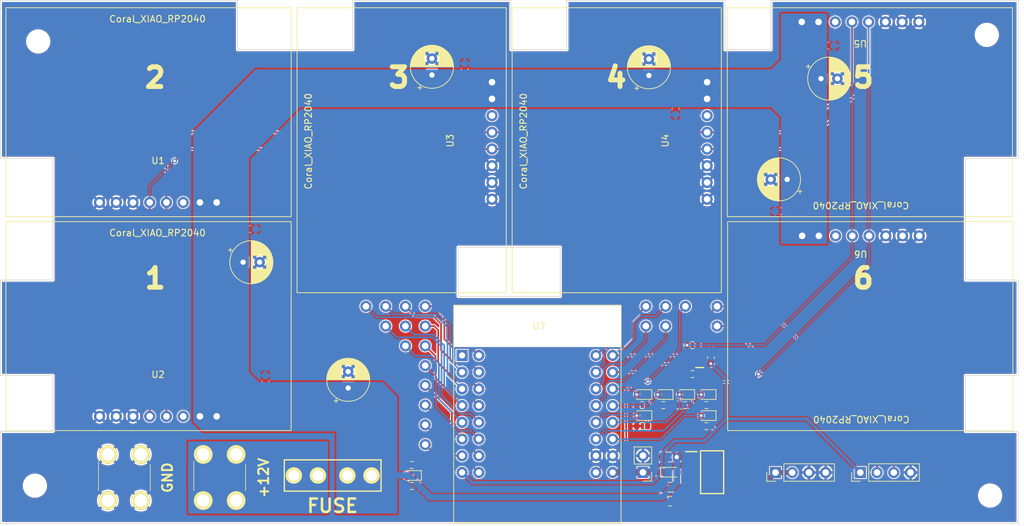
<source format=kicad_pcb>
(kicad_pcb (version 20221018) (generator pcbnew)
  (layers (0 "F.Cu" signal) (31 "B.Cu" signal) (34 "B.Paste" user) (35 "F.Paste" user) (36 "B.SilkS" user "B.Silkscreen") (37 "F.SilkS" user "F.Silkscreen") (38 "B.Mask" user) (39 "F.Mask" user) (44 "Edge.Cuts" user))
  (net 0 "")
  (net 1 "VPP")
  (net 2 "GND")
  (net 3 "VCC")
  (net 4 "Net-(D1-K)")
  (net 5 "Net-(D2-K)")
  (net 6 "GPIO1")
  (net 7 "Net-(D3-K)")
  (net 8 "GPIO2")
  (net 9 "Net-(D4-K)")
  (net 10 "GPIO3")
  (net 11 "Net-(D5-K)")
  (net 12 "GPIO4")
  (net 13 "Net-(D6-K)")
  (net 14 "GPIO5")
  (net 15 "Net-(D7-K)")
  (net 16 "GPIO6")
  (net 17 "SDA")
  (net 18 "SCL")
  (net 20 "+5V")
  (net 21 "Net-(U7-IO3)")
  (net 22 "Net-(U7-IO5)")
  (net 23 "Net-(U7-IO7)")
  (net 24 "Net-(U7-IO9)")
  (net 25 "Net-(U7-IO11)")
  (net 26 "Net-(U7-IO12)")
  (net 27 "/ESP32S2_module/IND1")
  (net 28 "/ESP32S2_module/IND3")
  (net 29 "/ESP32S2_module/IND5")
  (net 30 "/ESP32S2_module/IND2")
  (net 31 "Net-(U7-IO4)")
  (net 32 "Net-(U7-IO6)")
  (net 33 "Net-(U7-IO8)")
  (net 34 "Net-(U7-IO10)")
  (net 35 "Net-(U7-IO13)")
  (net 36 "Net-(U7-IO14)")
  (net 37 "Net-(U7-IO15)")
  (net 38 "Net-(U7-IO34)")
  (net 39 "Net-(U7-IO36)")
  (net 40 "/ESP32S2_module/IND4")
  (net 41 "/ESP32S2_module/IND6")
  (net 42 "Net-(U7-IO1)")
  (net 43 "Net-(U7-IO2)")
  (net 44 "+12V")
  (net 45 "VDD")
  (net 46 "Net-(U7-IO38)")
  (net 47 "Net-(U7-IO40)")
  (footprint "Connector_PinHeader_2.54mm:PinHeader_1x02_P2.54mm_Vertical" (layer "F.Cu") (at 167.55 110.225 180)
    (fp_text reference "J1" hide)
    (fp_text value "Fan")
  )
  (footprint "Resistor_SMD:R_0603_1608Metric" (layer "F.Cu") (at 170.645 100 180)
    (fp_text reference "R3" hide)
    (fp_text value "10k")
  )
  (footprint "Capacitor_THT:CP_Radial_D6.3mm_P2.50mm" (layer "F.Cu") (at 122.81 97.41238 90)
    (fp_text reference "C8" hide)
    (fp_text value "100uF")
  )
  (footprint "Mylib:1_pin_sig" (layer "F.Cu") (at 136.5 94 -90)
    (fp_text reference "TP15" hide)
    (fp_text value "TestPoint")
  )
  (footprint "Mylib:1_pin_sig" (layer "F.Cu") (at 133.5 85 -90)
    (fp_text reference "TP6" hide)
    (fp_text value "TestPoint")
  )
  (footprint "Capacitor_SMD:C_0805_2012Metric_Pad1.18x1.45mm_HandSolder" (layer "F.Cu") (at 171.65 114.6 180)
    (fp_text reference "C16" hide)
    (fp_text value "22uF")
  )
  (footprint "SamacSys_Parts:8191SEMS" (layer "F.Cu") (at 105.8 107.5 180)
    (fp_text reference "J2" hide)
    (fp_text value "8191-SEMS" hide)
  )
  (footprint "Resistor_SMD:R_0603_1608Metric" (layer "F.Cu") (at 167.4325 103.2 180)
    (fp_text reference "R2" hide)
    (fp_text value "10k")
  )
  (footprint "Mylib:1_pin_sig" (layer "F.Cu") (at 173 85 -90)
    (fp_text reference "TP23" hide)
    (fp_text value "TestPoint")
  )
  (footprint "MountingHole:MountingHole_3.2mm_M3_DIN965" (layer "F.Cu") (at 75.25 112.25)
    (fp_text reference "H1" hide)
    (fp_text value "MountingHole")
  )
  (footprint "Mylib:1_pin_sig" (layer "F.Cu") (at 173 88 -90)
    (fp_text reference "TP20" hide)
    (fp_text value "TestPoint")
  )
  (footprint "Capacitor_SMD:C_0805_2012Metric_Pad1.18x1.45mm_HandSolder" (layer "F.Cu") (at 171.65 107.9 180)
    (fp_text reference "C15" hide)
    (fp_text value "0.47uF")
  )
  (footprint "SamacSys_Parts:SOT230P700X180-4N" (layer "F.Cu") (at 178.05 110.2)
    (fp_text reference "IC1" hide)
    (fp_text value "LM2940IMP-5.0_NOPB" hide)
  )
  (footprint "Mylib:1_pin_sig" (layer "F.Cu") (at 178.8 86)
    (fp_text reference "TP7" hide)
    (fp_text value "TestPoint")
  )
  (footprint "Mylib:Coral_XIAO_RP2040_stepper_ctrl" (layer "F.Cu") (at 93.95 99.175)
    (fp_text reference "U2")
    (fp_text value "XIAO_RP2040_STEPPER_MODULE")
  )
  (footprint "Mylib:1_pin_sig" (layer "F.Cu") (at 136.5 100 -90)
    (fp_text reference "TP2" hide)
    (fp_text value "TestPoint")
  )
  (footprint "Mylib:1_pin_sig" (layer "F.Cu") (at 132.5 106 90)
    (fp_text reference "TP14" hide)
    (fp_text value "TestPoint")
  )
  (footprint "Capacitor_THT:CP_Radial_D6.3mm_P2.50mm" (layer "F.Cu") (at 168.46 49.92238 90)
    (fp_text reference "C11" hide)
    (fp_text value "100uF")
  )
  (footprint "Mylib:1_pin_sig" (layer "F.Cu") (at 127.5 85 -90)
    (fp_text reference "TP16" hide)
    (fp_text value "TestPoint")
  )
  (footprint "MountingHole:MountingHole_3.2mm_M3_DIN965" (layer "F.Cu") (at 220.25 113.75)
    (fp_text reference "H4" hide)
    (fp_text value "MountingHole")
  )
  (footprint "Resistor_SMD:R_0603_1608Metric" (layer "F.Cu") (at 177.1825 100 180)
    (fp_text reference "R4" hide)
    (fp_text value "10k")
  )
  (footprint "Resistor_SMD:R_0603_1608Metric" (layer "F.Cu") (at 175.075 90.9)
    (fp_text reference "R9" hide)
    (fp_text value "10k")
  )
  (footprint "Capacitor_THT:CP_Radial_D6.3mm_P2.50mm" (layer "F.Cu") (at 194.577621 50.4)
    (fp_text reference "C12" hide)
    (fp_text value "100uF")
  )
  (footprint "LED_SMD:LED_0603_1608Metric" (layer "F.Cu") (at 170.625 98.4 180)
    (fp_text reference "D3" hide)
    (fp_text value "LED_Small_Filled")
  )
  (footprint "Diode_SMD:D_0603_1608Metric_Pad1.05x0.95mm_HandSolder" (layer "F.Cu") (at 171.88 110.2)
    (fp_text reference "D8" hide)
    (fp_text value "Schottky")
  )
  (footprint "Mylib:Coral_XIAO_RP2040_stepper_ctrl" (layer "F.Cu") (at 142.1 59.825 90)
    (fp_text reference "U3")
    (fp_text value "XIAO_RP2040_STEPPER_MODULE")
  )
  (footprint "Connector_PinHeader_2.54mm:PinHeader_1x04_P2.54mm_Vertical" (layer "F.Cu") (at 187.67 110.25 90)
    (fp_text reference "J4" hide)
    (fp_text value "Conn_01x04_Pin")
  )
  (footprint "LED_SMD:LED_0603_1608Metric" (layer "F.Cu") (at 167.4125 101.6 180)
    (fp_text reference "D2" hide)
    (fp_text value "LED_Small_Filled")
  )
  (footprint "MountingHole:MountingHole_3.2mm_M3_DIN965" (layer "F.Cu") (at 219.75 43.75)
    (fp_text reference "H3" hide)
    (fp_text value "MountingHole")
  )
  (footprint "Mylib:1_pin_sig" (layer "F.Cu") (at 136.5 103 -90)
    (fp_text reference "TP4" hide)
    (fp_text value "TestPoint")
  )
  (footprint "Mylib:1_pin_sig" (layer "F.Cu") (at 136.5 88 -90)
    (fp_text reference "TP12" hide)
    (fp_text value "TestPoint")
  )
  (footprint "Mylib:Coral_XIAO_RP2040_stepper_ctrl" (layer "F.Cu") (at 200.61 76.825 180)
    (fp_text reference "U6")
    (fp_text value "XIAO_RP2040_STEPPER_MODULE")
  )
  (footprint "LED_SMD:LED_0603_1608Metric" (layer "F.Cu") (at 177.1625 98.4 180)
    (fp_text reference "D4" hide)
    (fp_text value "LED_Small_Filled")
  )
  (footprint "Resistor_SMD:R_0603_1608Metric" (layer "F.Cu") (at 175.075 95.3)
    (fp_text reference "R8" hide)
    (fp_text value "10k")
  )
  (footprint "LED_SMD:LED_0603_1608Metric" (layer "F.Cu") (at 132.43 110.7 180)
    (fp_text reference "D1" hide)
    (fp_text value "LED_Small_Filled")
  )
  (footprint "Mylib:1_pin_sig" (layer "F.Cu") (at 130.5 85 -90)
    (fp_text reference "TP11" hide)
    (fp_text value "TestPoint")
  )
  (footprint "LED_SMD:LED_0603_1608Metric" (layer "F.Cu") (at 177.1625 101.6 180)
    (fp_text reference "D7" hide)
    (fp_text value "LED_Small_Filled")
  )
  (footprint "Mylib:1_pin_sig" (layer "F.Cu") (at 178.8 83)
    (fp_text reference "TP8" hide)
    (fp_text value "TestPoint")
  )
  (footprint "Resistor_SMD:R_0603_1608Metric" (layer "F.Cu") (at 173.9325 100 180)
    (fp_text reference "R6" hide)
    (fp_text value "10k")
  )
  (footprint "SamacSys_Parts:SOT65P210X100-6N" (layer "F.Cu") (at 175.225 93.1 180)
    (fp_text reference "IC2" hide)
    (fp_text value "LTC4311CSC6#TRPBF" hide)
  )
  (footprint "Mylib:1_pin_sig" (layer "F.Cu") (at 130.5 88 -90)
    (fp_text reference "TP18" hide)
    (fp_text value "TestPoint")
  )
  (footprint "Capacitor_THT:CP_Radial_D6.3mm_P2.50mm" (layer "F.Cu") (at 189.45238 65.71 180)
    (fp_text reference "C13" hide)
    (fp_text value "100uF")
  )
  (footprint "Mylib:Coral_XIAO_RP2040_stepper_ctrl" (layer "F.Cu") (at 200.55 44.325 180)
    (fp_text reference "U5")
    (fp_text value "XIAO_RP2040_STEPPER_MODULE")
  )
  (footprint "LED_SMD:LED_0603_1608Metric" (layer "F.Cu") (at 167.4125 98.4 180)
    (fp_text reference "D5" hide)
    (fp_text value "LED_Small_Filled")
  )
  (footprint "SamacSys_Parts:8191SEMS" (layer "F.Cu") (at 91.33 107.5 180)
    (fp_text reference "J3" hide)
    (fp_text value "8191-SEMS" hide)
  )
  (footprint "Capacitor_THT:CP_Radial_D6.3mm_P2.50mm" (layer "F.Cu") (at 135.52 49.84238 90)
    (fp_text reference "C10" hide)
    (fp_text value "100uF")
  )
  (footprint "Mylib:1_pin_sig" (layer "F.Cu") (at 133.5 91 -90)
    (fp_text reference "TP17" hide)
    (fp_text value "TestPoint")
  )
  (footprint "Connector_PinHeader_2.54mm:PinHeader_1x04_P2.54mm_Vertical" (layer "F.Cu") (at 200.55 110.25 90)
    (fp_text reference "J8" hide)
    (fp_text value "Conn_01x04_Pin")
  )
  (footprint "Capacitor_THT:CP_Radial_D6.3mm_P2.50mm" (layer "F.Cu") (at 106.857621 78.29)
    (fp_text reference "C9" hide)
    (fp_text value "100uF")
  )
  (footprint "Mylib:1_pin_sig" (layer "F.Cu") (at 136.5 85 -90)
    (fp_text reference "TP1" hide)
    (fp_text value "TestPoint")
  )
  (footprint "Mylib:1_pin_sig" (layer "F.Cu") (at 136.5 97 -90)
    (fp_text reference "TP13" hide)
    (fp_text value "TestPoint")
  )
  (footprint "Mylib:Coral_XIAO_RP2040_stepper_ctrl" (layer "F.Cu") (at 93.95 66.675)
    (fp_text reference "U1")
    (fp_text value "XIAO_RP2040_STEPPER_MODULE")
  )
  (footprint "Mylib:wemos S2 mini" (layer "F.Cu") (at 151.525 95)
    (fp_text reference "U7")
    (fp_text value "Wemos/Lolin S2 mini")
  )
  (footprint "Mylib:1_pin_sig" (layer "F.Cu") (at 133.5 88 -90)
    (fp_text reference "TP5" hide)
    (fp_text value "TestPoint")
  )
  (footprint "Mylib:1_pin_sig" (layer "F.Cu") (at 170 85 -90)
    (fp_text reference "TP21" hide)
    (fp_text value "TestPoint")
  )
  (footprint "Resistor_SMD:R_0603_1608Metric" (layer "F.Cu") (at 177.1825 103.2 180)
    (fp_text reference "R7" hide)
    (fp_text value "10k")
  )
  (footprint "MountingHole:MountingHole_3.2mm_M3_DIN965" (layer "F.Cu") (at 75.75 44.75)
    (fp_text reference "H2" hide)
    (fp_text value "MountingHole")
  )
  (footprint "Resistor_SMD:R_0603_1608Metric" (layer "F.Cu") (at 132.45 109.1 180)
    (fp_text reference "R1" hide)
    (fp_text value "10k")
  )
  (footprint "Resistor_SMD:R_0603_1608Metric" (layer "F.Cu") (at 167.4325 100 180)
    (fp_text reference "R5" hide)
    (fp_text value "10k")
  )
  (footprint "Mylib:1_pin_sig" (layer "F.Cu") (at 176 85 -90)
    (fp_text reference "TP19" hide)
    (fp_text value "TestPoint")
  )
  (footprint "Mylib:1_pin_sig" (layer "F.Cu") (at 170 88 -90)
    (fp_text reference "TP22" hide)
    (fp_text value "TestPoint")
  )
  (footprint "Capacitor_SMD:C_0805_2012Metric_Pad1.18x1.45mm_HandSolder" (layer "F.Cu") (at 171.65 112.5 180)
    (fp_text reference "C17" hide)
    (fp_text value "0.1uF")
  )
  (footprint "Capacitor_SMD:C_0603_1608Metric_Pad1.08x0.95mm_HandSolder" (layer "F.Cu") (at 177.875 92.8 90)
    (fp_text reference "C6" hide)
    (fp_text value "0.01uF")
  )
  (footprint "Resistor_SMD:R_0603_1608Metric" (layer "F.Cu") (at 132.45 112.3 180)
    (fp_text reference "R10" hide)
    (fp_text value "499K")
  )
  (footprint "LED_SMD:LED_0603_1608Metric" (layer "F.Cu") (at 173.9125 98.4 180)
    (fp_text reference "D6" hide)
    (fp_text value "LED_Small_Filled")
  )
  (footprint "SamacSys_Parts:3544-2" (layer "F.Cu") (at 120.45 110.7)
    (fp_text reference "U8" hide)
    (fp_text value "3544-2" hide)
  )
  (footprint "Mylib:Coral_XIAO_RP2040_stepper_ctrl" (layer "F.Cu") (at 174.75 59.825 90)
    (fp_text reference "U4")
    (fp_text value "XIAO_RP2040_STEPPER_MODULE")
  )
  (footprint "Mylib:1_pin_sig" (layer "F.Cu") (at 136.5 91 -90)
    (fp_text reference "TP3" hide)
    (fp_text value "TestPoint")
  )
  (footprint "Capacitor_SMD:C_0603_1608Metric_Pad1.08x0.95mm_HandSolder" (layer "B.Cu") (at 140.5 48.95 90)
    (fp_text reference "C3" hide)
    (fp_text value "0.1uF")
  )
  (footprint "Capacitor_SMD:C_0603_1608Metric_Pad1.08x0.95mm_HandSolder" (layer "B.Cu") (at 110.25 96.4 90)
    (fp_text reference "C1" hide)
    (fp_text value "0.1uF")
  )
  (footprint "Capacitor_SMD:C_0603_1608Metric_Pad1.08x0.95mm_HandSolder" (layer "B.Cu") (at 195.7 45.4)
    (fp_text reference "C5" hide)
    (fp_text value "0.1uF")
  )
  (footprint "Capacitor_SMD:C_0603_1608Metric_Pad1.08x0.95mm_HandSolder" (layer "B.Cu") (at 188.5 70.55 180)
    (fp_text reference "C7" hide)
    (fp_text value "0.1uF")
  )
  (footprint "Capacitor_SMD:C_0603_1608Metric_Pad1.08x0.95mm_HandSolder" (layer "B.Cu") (at 172.5 55 -90)
    (fp_text reference "C4" hide)
    (fp_text value "0.1uF")
  )
  (footprint "Capacitor_SMD:C_0603_1608Metric_Pad1.08x0.95mm_HandSolder" (layer "B.Cu") (at 107.9 73.25)
    (fp_text reference "C2" hide)
    (fp_text value "0.1uF")
  )
  (gr_line (start 187 46) (end 180 46) (stroke (width 0.1)) (layer "Edge.Cuts"))
  (gr_line (start 216.5 95.5) (end 224.5 95.5) (stroke (width 0.1)) (layer "Edge.Cuts"))
  (gr_line (start 123.5 46) (end 123.5 38.5) (stroke (width 0.1)) (layer "Edge.Cuts"))
  (gr_line (start 224.5 95.5) (end 224.5 81) (stroke (width 0.1)) (layer "Edge.Cuts"))
  (gr_line (start 78 81) (end 78 62.5) (stroke (width 0.1)) (layer "Edge.Cuts"))
  (gr_line (start 180 38.5) (end 156 38.5) (stroke (width 0.1)) (layer "Edge.Cuts"))
  (gr_line (start 180 46) (end 180 38.5) (stroke (width 0.1)) (layer "Edge.Cuts"))
  (gr_line (start 224.5 38.5) (end 224.5 62.5) (stroke (width 0.1)) (layer "Edge.Cuts"))
  (gr_line (start 147.5 46) (end 156 46) (stroke (width 0.1)) (layer "Edge.Cuts"))
  (gr_line (start 78 62.5) (end 70 62.5) (stroke (width 0.1)) (layer "Edge.Cuts"))
  (gr_line (start 216.5 81) (end 216.5 62.5) (stroke (width 0.1)) (layer "Edge.Cuts"))
  (gr_line (start 224.5 62.5) (end 216.5 62.5) (stroke (width 0.1)) (layer "Edge.Cuts"))
  (gr_line (start 70 38.5) (end 106 38.5) (stroke (width 0.1)) (layer "Edge.Cuts"))
  (gr_line (start 70 104) (end 78 104) (stroke (width 0.1)) (layer "Edge.Cuts"))
  (gr_line (start 70 118) (end 70 104) (stroke (width 0.1)) (layer "Edge.Cuts"))
  (gr_line (start 224.5 81) (end 216.5 81) (stroke (width 0.1)) (layer "Edge.Cuts"))
  (gr_line (start 70 95.5) (end 70 81) (stroke (width 0.1)) (layer "Edge.Cuts"))
  (gr_line (start 224.5 118) (end 70 118) (stroke (width 0.1)) (layer "Edge.Cuts"))
  (gr_line (start 70 81) (end 78 81) (stroke (width 0.1)) (layer "Edge.Cuts"))
  (gr_line (start 187 38.5) (end 187 46) (stroke (width 0.1)) (layer "Edge.Cuts"))
  (gr_line (start 106 46) (end 106 38.5) (stroke (width 0.1)) (layer "Edge.Cuts"))
  (gr_line (start 156 46) (end 156 38.5) (stroke (width 0.1)) (layer "Edge.Cuts"))
  (gr_line (start 187 38.5) (end 224.5 38.5) (stroke (width 0.1)) (layer "Edge.Cuts"))
  (gr_line (start 106 46) (end 123.5 46) (stroke (width 0.1)) (layer "Edge.Cuts"))
  (gr_line (start 78 95.5) (end 70 95.5) (stroke (width 0.1)) (layer "Edge.Cuts"))
  (gr_line (start 224.5 104) (end 224.5 118) (stroke (width 0.1)) (layer "Edge.Cuts"))
  (gr_line (start 78 104) (end 78 95.5) (stroke (width 0.1)) (layer "Edge.Cuts"))
  (gr_line (start 70 62.5) (end 70 38.5) (stroke (width 0.1)) (layer "Edge.Cuts"))
  (gr_line (start 123.5 38.5) (end 147.5 38.5) (stroke (width 0.1)) (layer "Edge.Cuts"))
  (gr_line (start 224.5 104) (end 216.5 104) (stroke (width 0.1)) (layer "Edge.Cuts"))
  (gr_line (start 147.5 38.5) (end 147.5 46) (stroke (width 0.1)) (layer "Edge.Cuts"))
  (gr_rect (start 139.5 76) (end 155 83.5) (stroke (width 0.1)) (fill none) (layer "Edge.Cuts"))
  (gr_line (start 216.5 104) (end 216.5 95.5) (stroke (width 0.1)) (layer "Edge.Cuts"))
  (gr_text "5" (at 201 52) (layer "F.SilkS") (effects (font (size 3 3) (thickness 0.75) bold) (justify bottom)))
  (gr_text "4" (at 163.5 52) (layer "F.SilkS") (effects (font (size 3 3) (thickness 0.75) bold) (justify bottom)))
  (gr_text "+12V" (at 110.85 114.25 90) (layer "F.SilkS") (effects (font (size 1.5 1.5) (thickness 0.3) bold) (justify left bottom)))
  (gr_text "6" (at 201 82.5) (layer "F.SilkS") (effects (font (size 3 3) (thickness 0.75) bold) (justify bottom)))
  (gr_text "GND" (at 96.25 113.5 90) (layer "F.SilkS") (effects (font (size 1.5 1.5) (thickness 0.3) bold) (justify left bottom)))
  (gr_text "3" (at 130.5 52) (layer "F.SilkS") (effects (font (size 3 3) (thickness 0.75) bold) (justify bottom)))
  (gr_text "2" (at 93.5 52) (layer "F.SilkS") (effects (font (size 3 3) (thickness 0.75) bold) (justify bottom)))
  (gr_text "1" (at 93.5 82.5) (layer "F.SilkS") (effects (font (size 3 3) (thickness 0.75) bold) (justify bottom)))
  (gr_text "FUSE" (at 116.35 116.5) (layer "F.SilkS") (effects (font (size 2.032 2.032) (thickness 0.381)) (justify left bottom)))
  (segment (start 126.345 110.7) (end 131.6425 110.7) (width 0.508) (layer "F.Cu") (net 1))
  (segment (start 174.9 107.9) (end 172.6875 107.9) (width 1.016) (layer "F.Cu") (net 1))
  (segment (start 131.625 112.3) (end 131.625 110.7175) (width 0.508) (layer "F.Cu") (net 1))
  (segment (start 131.625 110.7175) (end 131.6425 110.7) (width 0.508) (layer "F.Cu") (net 1))
  (via (at 172.6875 107.9) (size 1.27) (drill 0.635) (layers "F.Cu" "B.Cu") (net 1))
  (segment (start 135.25 114) (end 131.95 110.7) (width 1.016) (layer "B.Cu") (net 1))
  (segment (start 172.6875 107.9) (end 172.6875 111.8125) (width 1.016) (layer "B.Cu") (net 1))
  (segment (start 131.95 110.7) (end 126.345 110.7) (width 1.016) (layer "B.Cu") (net 1))
  (segment (start 170.5 114) (end 135.25 114) (width 1.016) (layer "B.Cu") (net 1))
  (segment (start 172.6875 111.8125) (end 170.5 114) (width 1.016) (layer "B.Cu") (net 1))
  (segment (start 174.275 93.1) (end 172.6 93.1) (width 0.254) (layer "F.Cu") (net 2))
  (segment (start 174.275 93.1) (end 176.175 93.1) (width 0.254) (layer "F.Cu") (net 2))
  (segment (start 177.7875 93.75) (end 177.8375 93.7) (width 0.508) (layer "F.Cu") (net 3))
  (segment (start 176.175 91.175) (end 175.9 90.9) (width 0.254) (layer "F.Cu") (net 3))
  (segment (start 177.875 93.296) (end 177.875 93.6625) (width 0.254) (layer "F.Cu") (net 3))
  (segment (start 176.175 95.025) (end 175.9 95.3) (width 0.254) (layer "F.Cu") (net 3))
  (segment (start 176.175 93.75) (end 177.7875 93.75) (width 0.508) (layer "F.Cu") (net 3))
  (segment (start 177.85 93.7) (end 177.85 93.6875) (width 0.508) (layer "F.Cu") (net 3))
  (segment (start 177.8375 93.7) (end 177.85 93.7) (width 0.508) (layer "F.Cu") (net 3))
  (segment (start 177.85 93.6875) (end 177.875 93.6625) (width 0.508) (layer "F.Cu") (net 3))
  (segment (start 176.175 92.45) (end 176.175 91.175) (width 0.254) (layer "F.Cu") (net 3))
  (segment (start 176.175 93.75) (end 176.175 95.025) (width 0.254) (layer "F.Cu") (net 3))
  (segment (start 177.029 92.45) (end 177.875 93.296) (width 0.254) (layer "F.Cu") (net 3))
  (segment (start 176.175 92.45) (end 177.029 92.45) (width 0.254) (layer "F.Cu") (net 3))
  (via (at 177.85 93.7) (size 0.762) (drill 0.381) (layers "F.Cu" "B.Cu") (net 3))
  (segment (start 200.55 110.25) (end 192.4 102.1) (width 0.508) (layer "B.Cu") (net 3))
  (segment (start 180.2 102.1) (end 180.2 96.05) (width 0.508) (layer "B.Cu") (net 3))
  (segment (start 169 111.8) (end 170.4 110.4) (width 0.508) (layer "B.Cu") (net 3))
  (segment (start 170.4 110.4) (end 170.4 107.4) (width 0.508) (layer "B.Cu") (net 3))
  (segment (start 141.655 111.8) (end 169 111.8) (width 0.508) (layer "B.Cu") (net 3))
  (segment (start 180.2 96.05) (end 177.85 93.7) (width 0.508) (layer "B.Cu") (net 3))
  (segment (start 176.85 105.45) (end 180.2 102.1) (width 0.508) (layer "B.Cu") (net 3))
  (segment (start 192.4 102.1) (end 180.2 102.1) (width 0.508) (layer "B.Cu") (net 3))
  (segment (start 172.35 105.45) (end 176.85 105.45) (width 0.508) (layer "B.Cu") (net 3))
  (segment (start 140.095 110.24) (end 141.655 111.8) (width 0.508) (layer "B.Cu") (net 3))
  (segment (start 170.4 107.4) (end 172.35 105.45) (width 0.508) (layer "B.Cu") (net 3))
  (segment (start 133.275 109.1) (end 133.275 110.6425) (width 0.508) (layer "F.Cu") (net 4))
  (segment (start 133.275 110.6425) (end 133.2175 110.7) (width 0.508) (layer "F.Cu") (net 4))
  (segment (start 168.2 103.1425) (end 168.2575 103.2) (width 0.254) (layer "F.Cu") (net 5))
  (segment (start 168.2 101.6) (end 168.2 103.1425) (width 0.254) (layer "F.Cu") (net 5))
  (segment (start 171.47 100) (end 171.47 98.4575) (width 0.254) (layer "F.Cu") (net 7))
  (segment (start 171.47 98.4575) (end 171.4125 98.4) (width 0.254) (layer "F.Cu") (net 7))
  (segment (start 177.95 98.4) (end 177.95 99.9425) (width 0.254) (layer "F.Cu") (net 9))
  (segment (start 177.95 99.9425) (end 178.0075 100) (width 0.254) (layer "F.Cu") (net 9))
  (segment (start 168.2575 98.4575) (end 168.2 98.4) (width 0.254) (layer "F.Cu") (net 11))
  (segment (start 168.2575 100) (end 168.2575 98.4575) (width 0.254) (layer "F.Cu") (net 11))
  (segment (start 174.7 98.4) (end 174.7 99.9425) (width 0.254) (layer "F.Cu") (net 13))
  (segment (start 174.7 99.9425) (end 174.7575 100) (width 0.254) (layer "F.Cu") (net 13))
  (segment (start 177.95 103.1425) (end 178.0075 103.2) (width 0.254) (layer "F.Cu") (net 15))
  (segment (start 177.95 101.6) (end 177.95 103.1425) (width 0.254) (layer "F.Cu") (net 15))
  (segment (start 174.2 95.35) (end 174.25 95.3) (width 0.254) (layer "F.Cu") (net 17))
  (segment (start 177.29 61.095) (end 191.655 61.095) (width 0.254) (layer "F.Cu") (net 17))
  (segment (start 144.64 61.095) (end 98.255 61.095) (width 0.254) (layer "F.Cu") (net 17))
  (segment (start 203.09 104.54) (end 193.85 95.3) (width 0.254) (layer "F.Cu") (net 17))
  (segment (start 191.655 61.095) (end 201.82 50.93) (width 0.254) (layer "F.Cu") (net 17))
  (segment (start 193.85 95.3) (end 185.1 95.3) (width 0.254) (layer "F.Cu") (net 17))
  (segment (start 174.25 95.35) (end 174.2 95.35) (width 0.254) (layer "F.Cu") (net 17))
  (segment (start 174.25 95.3) (end 174.25 95.35) (width 0.254) (layer "F.Cu") (net 17))
  (segment (start 174.275 93.75) (end 174.275 95.275) (width 0.254) (layer "F.Cu") (net 17))
  (segment (start 174.275 93.75) (end 168.75 93.75) (width 0.254) (layer "F.Cu") (net 17))
  (segment (start 180.8 88) (end 185.1 92.3) (width 0.254) (layer "F.Cu") (net 17))
  (segment (start 178.8 88) (end 180.8 88) (width 0.254) (layer "F.Cu") (net 17))
  (segment (start 174.275 95.275) (end 174.25 95.3) (width 0.254) (layer "F.Cu") (net 17))
  (segment (start 167.5 95) (end 162.955 95) (width 0.254) (layer "F.Cu") (net 17))
  (segment (start 183.9 96.5) (end 185.1 95.3) (width 0.254) (layer "F.Cu") (net 17))
  (segment (start 203.09 110.25) (end 203.09 104.54) (width 0.254) (layer "F.Cu") (net 17))
  (segment (start 98.255 61.095) (end 96.45 62.9) (width 0.254) (layer "F.Cu") (net 17))
  (segment (start 174.25 95.3) (end 174.25 95.45) (width 0.254) (layer "F.Cu") (net 17))
  (segment (start 144.64 61.095) (end 177.29 61.095) (width 0.254) (layer "F.Cu") (net 17))
  (segment (start 92.68 69.215) (end 92.68 101.715) (width 0.254) (layer "F.Cu") (net 17))
  (segment (start 201.82 50.93) (end 201.82 41.785) (width 0.254) (layer "F.Cu") (net 17))
  (segment (start 185.1 92.3) (end 185.1 95.3) (width 0.254) (layer "F.Cu") (net 17))
  (segment (start 168.75 93.75) (end 167.5 95) (width 0.254) (layer "F.Cu") (net 17))
  (segment (start 175.3 96.5) (end 183.9 96.5) (width 0.254) (layer "F.Cu") (net 17))
  (segment (start 174.25 95.45) (end 175.3 96.5) (width 0.254) (layer "F.Cu") (net 17))
  (via (at 96.45 62.9) (size 0.762) (drill 0.381) (layers "F.Cu" "B.Cu") (net 17))
  (via (at 185.1 95.3) (size 0.762) (drill 0.381) (layers "F.Cu" "B.Cu") (net 17))
  (segment (start 92.68 69.215) (end 92.68 66.67) (width 0.254) (layer "B.Cu") (net 17))
  (segment (start 201.82 74.225) (end 201.88 74.285) (width 0.254) (layer "B.Cu") (net 17))
  (segment (start 92.68 66.67) (end 96.45 62.9) (width 0.254) (layer "B.Cu") (net 17))
  (segment (start 201.82 41.785) (end 201.82 74.225) (width 0.254) (layer "B.Cu") (net 17))
  (segment (start 185.05 95.35) (end 201.88 78.52) (width 0.254) (layer "B.Cu") (net 17))
  (segment (start 201.88 78.52) (end 201.88 74.285) (width 0.254) (layer "B.Cu") (net 17))
  (segment (start 95.22 69.215) (end 95.22 62.38) (width 0.254) (layer "F.Cu") (net 18))
  (segment (start 99.045 58.555) (end 144.64 58.555) (width 0.254) (layer "F.Cu") (net 18))
  (segment (start 144.64 58.555) (end 177.29 58.555) (width 0.254) (layer "F.Cu") (net 18))
  (segment (start 191.695 58.555) (end 177.29 58.555) (width 0.254) (layer "F.Cu") (net 18))
  (segment (start 174.25 89.55) (end 178.8 85) (width 0.254) (layer "F.Cu") (net 18))
  (segment (start 174.275 90.925) (end 174.25 90.9) (width 0.254) (layer "F.Cu") (net 18))
  (segment (start 199.28 41.785) (end 199.28 50.97) (width 0.254) (layer "F.Cu") (net 18))
  (segment (start 174.275 92.45) (end 174.275 90.925) (width 0.254) (layer "F.Cu") (net 18))
  (segment (start 95.22 101.715) (end 95.22 69.215) (width 0.254) (layer "F.Cu") (net 18))
  (segment (start 205.63 110.25) (end 205.63 104.53) (width 0.254) (layer "F.Cu") (net 18))
  (segment (start 186.1 85) (end 178.8 85) (width 0.254) (layer "F.Cu") (net 18))
  (segment (start 95.22 62.38) (end 99.045 58.555) (width 0.254) (layer "F.Cu") (net 18))
  (segment (start 174.265 92.46) (end 174.275 92.45) (width 0.254) (layer "F.Cu") (net 18))
  (segment (start 162.955 92.46) (end 174.265 92.46) (width 0.254) (layer "F.Cu") (net 18))
  (segment (start 174.25 90.9) (end 174.25 89.55) (width 0.254) (layer "F.Cu") (net 18))
  (segment (start 199.28 50.97) (end 191.695 58.555) (width 0.254) (layer "F.Cu") (net 18))
  (segment (start 205.63 104.53) (end 186.1 85) (width 0.254) (layer "F.Cu") (net 18))
  (via (at 174.25 90.9) (size 0.762) (drill 0.381) (layers "F.Cu" "B.Cu") (net 18))
  (segment (start 199.34 74.285) (end 199.34 41.845) (width 0.254) (layer "B.Cu") (net 18))
  (segment (start 199.34 41.845) (end 199.28 41.785) (width 0.254) (layer "B.Cu") (net 18))
  (segment (start 185.95 90.9) (end 199.34 77.51) (width 0.254) (layer "B.Cu") (net 18))
  (segment (start 199.34 77.51) (end 199.34 74.285) (width 0.254) (layer "B.Cu") (net 18))
  (segment (start 174.25 90.9) (end 185.95 90.9) (width 0.254) (layer "B.Cu") (net 18))
  (segment (start 167.65 110.225) (end 162.97 110.225) (width 1.016) (layer "F.Cu") (net 20))
  (segment (start 171.005 110.2) (end 167.575 110.2) (width 1.016) (layer "F.Cu") (net 20))
  (segment (start 162.97 110.225) (end 162.955 110.24) (width 1.016) (layer "F.Cu") (net 20))
  (segment (start 129.7336 86.2336) (end 136.538336 86.2336) (width 0.254) (layer "B.Cu") (net 21))
  (segment (start 138.29 93.195) (end 140.095 95) (width 0.254) (layer "B.Cu") (net 21))
  (segment (start 128.5 85) (end 129.7336 86.2336) (width 0.254) (layer "B.Cu") (net 21))
  (segment (start 136.538336 86.2336) (end 138.29 87.985264) (width 0.254) (layer "B.Cu") (net 21))
  (segment (start 138.29 87.985264) (end 138.29 93.195) (width 0.254) (layer "B.Cu") (net 21))
  (segment (start 127.14 86.64) (end 125.5 85) (width 0.254) (layer "B.Cu") (net 22))
  (segment (start 137.88 95.325) (end 137.88 88.15) (width 0.254) (layer "B.Cu") (net 22))
  (segment (start 140.095 97.54) (end 137.88 95.325) (width 0.254) (layer "B.Cu") (net 22))
  (segment (start 136.37 86.64) (end 127.14 86.64) (width 0.254) (layer "B.Cu") (net 22))
  (segment (start 137.88 88.15) (end 136.37 86.64) (width 0.254) (layer "B.Cu") (net 22))
  (segment (start 137.39 90.95) (end 135.74 89.3) (width 0.254) (layer "B.Cu") (net 23))
  (segment (start 135.74 89.3) (end 132.8 89.3) (width 0.254) (layer "B.Cu") (net 23))
  (segment (start 137.39 97.375) (end 137.39 90.95) (width 0.254) (layer "B.Cu") (net 23))
  (segment (start 132.8 89.3) (end 131.5 88) (width 0.254) (layer "B.Cu") (net 23))
  (segment (start 140.095 100.08) (end 137.39 97.375) (width 0.254) (layer "B.Cu") (net 23))
  (segment (start 135.46 92.5) (end 133 92.5) (width 0.254) (layer "B.Cu") (net 24))
  (segment (start 136.57 99.095) (end 136.57 93.61) (width 0.254) (layer "B.Cu") (net 24))
  (segment (start 136.57 93.61) (end 135.46 92.5) (width 0.254) (layer "B.Cu") (net 24))
  (segment (start 133 92.5) (end 131.5 91) (width 0.254) (layer "B.Cu") (net 24))
  (segment (start 140.095 102.62) (end 136.57 99.095) (width 0.254) (layer "B.Cu") (net 24))
  (segment (start 138.55 101.05) (end 138.55 103.615) (width 0.254) (layer "F.Cu") (net 25))
  (segment (start 134.5 97) (end 138.55 101.05) (width 0.254) (layer "F.Cu") (net 25))
  (segment (start 138.55 103.615) (end 140.095 105.16) (width 0.254) (layer "F.Cu") (net 25))
  (segment (start 137.54 107.7) (end 140.095 107.7) (width 0.254) (layer "F.Cu") (net 26))
  (segment (start 134.5 103) (end 136.34 104.84) (width 0.254) (layer "F.Cu") (net 26))
  (segment (start 136.34 104.84) (end 136.34 106.5) (width 0.254) (layer "F.Cu") (net 26))
  (segment (start 136.34 106.5) (end 137.54 107.7) (width 0.254) (layer "F.Cu") (net 26))
  (via (at 166.6 101.6) (size 0.762) (drill 0.381) (layers "F.Cu" "B.Cu") (net 27))
  (segment (start 160.415 102.62) (end 161.5444 101.4906) (width 0.254) (layer "B.Cu") (net 27))
  (segment (start 166.4906 101.4906) (end 166.6 101.6) (width 0.254) (layer "B.Cu") (net 27))
  (segment (start 161.5444 101.4906) (end 166.4906 101.4906) (width 0.254) (layer "B.Cu") (net 27))
  (via (at 169.8 98.4) (size 0.762) (drill 0.381) (layers "F.Cu" "B.Cu") (net 28))
  (segment (start 168.12 100.08) (end 169.8 98.4) (width 0.254) (layer "B.Cu") (net 28))
  (segment (start 162.955 100.08) (end 168.12 100.08) (width 0.254) (layer "B.Cu") (net 28))
  (via (at 176.4 98.4) (size 0.762) (drill 0.381) (layers "F.Cu" "B.Cu") (net 29))
  (segment (start 170.7 103.9) (end 176.2 98.4) (width 0.254) (layer "B.Cu") (net 29))
  (segment (start 161.675 103.9) (end 170.7 103.9) (width 0.254) (layer "B.Cu") (net 29))
  (segment (start 176.2 98.4) (end 176.4 98.4) (width 0.254) (layer "B.Cu") (net 29))
  (segment (start 160.415 105.16) (end 161.675 103.9) (width 0.254) (layer "B.Cu") (net 29))
  (via (at 166.6 98.4) (size 0.762) (drill 0.381) (layers "F.Cu" "B.Cu") (net 30))
  (segment (start 162.955 97.54) (end 165.74 97.54) (width 0.254) (layer "B.Cu") (net 30))
  (segment (start 165.74 97.54) (end 166.6 98.4) (width 0.254) (layer "B.Cu") (net 30))
  (segment (start 136.47 88.6) (end 136.47 92.05) (width 0.254) (layer "F.Cu") (net 31))
  (segment (start 136.47 93.59) (end 139.15 96.27) (width 0.254) (layer "F.Cu") (net 31))
  (segment (start 139.15 96.27) (end 141.365 96.27) (width 0.254) (layer "F.Cu") (net 31))
  (segment (start 136.47 92.05) (end 136.47 93.59) (width 0.254) (layer "F.Cu") (net 31))
  (segment (start 134.5 88) (end 135.87 88) (width 0.254) (layer "F.Cu") (net 31))
  (segment (start 135.87 88) (end 136.47 88.6) (width 0.254) (layer "F.Cu") (net 31))
  (segment (start 141.365 96.27) (end 142.635 97.54) (width 0.254) (layer "F.Cu") (net 31))
  (segment (start 136.06 95.85) (end 136.06 93.23) (width 0.254) (layer "F.Cu") (net 32))
  (segment (start 139.81 98.81) (end 139.02 98.81) (width 0.254) (layer "F.Cu") (net 32))
  (segment (start 136.06 92.56) (end 136.06 93.23) (width 0.254) (layer "F.Cu") (net 32))
  (segment (start 134.5 91) (end 136.06 92.56) (width 0.254) (layer "F.Cu") (net 32))
  (segment (start 141.365 98.81) (end 139.81 98.81) (width 0.254) (layer "F.Cu") (net 32))
  (segment (start 139.02 98.81) (end 136.06 95.85) (width 0.254) (layer "F.Cu") (net 32))
  (segment (start 142.635 100.08) (end 141.365 98.81) (width 0.254) (layer "F.Cu") (net 32))
  (segment (start 136.98 91.114736) (end 135.575264 89.71) (width 0.254) (layer "B.Cu") (net 33))
  (segment (start 141.355 101.34) (end 139.757787 101.34) (width 0.254) (layer "B.Cu") (net 33))
  (segment (start 142.635 102.62) (end 141.355 101.34) (width 0.254) (layer "B.Cu") (net 33))
  (segment (start 130.21 89.71) (end 128.5 88) (width 0.254) (layer "B.Cu") (net 33))
  (segment (start 136.98 98.562213) (end 136.98 91.114736) (width 0.254) (layer "B.Cu") (net 33))
  (segment (start 139.757787 101.34) (end 136.98 98.562213) (width 0.254) (layer "B.Cu") (net 33))
  (segment (start 135.575264 89.71) (end 130.21 89.71) (width 0.254) (layer "B.Cu") (net 33))
  (segment (start 142.635 105.16) (end 141.375 103.9) (width 0.254) (layer "B.Cu") (net 34))
  (segment (start 136.16 95.66) (end 134.5 94) (width 0.254) (layer "B.Cu") (net 34))
  (segment (start 136.16 100.282213) (end 136.16 95.66) (width 0.254) (layer "B.Cu") (net 34))
  (segment (start 141.375 103.9) (end 139.777787 103.9) (width 0.254) (layer "B.Cu") (net 34))
  (segment (start 139.777787 103.9) (end 136.16 100.282213) (width 0.254) (layer "B.Cu") (net 34))
  (segment (start 141.425 106.49) (end 138.78 106.49) (width 0.254) (layer "F.Cu") (net 35))
  (segment (start 137.61 103.11) (end 134.5 100) (width 0.254) (layer "F.Cu") (net 35))
  (segment (start 138.78 106.49) (end 137.61 105.32) (width 0.254) (layer "F.Cu") (net 35))
  (segment (start 142.635 107.7) (end 141.425 106.49) (width 0.254) (layer "F.Cu") (net 35))
  (segment (start 137.61 105.32) (end 137.61 103.11) (width 0.254) (layer "F.Cu") (net 35))
  (segment (start 137.49 108.99) (end 134.5 106) (width 0.254) (layer "F.Cu") (net 36))
  (segment (start 141.385 108.99) (end 137.49 108.99) (width 0.254) (layer "F.Cu") (net 36))
  (segment (start 142.635 110.24) (end 141.385 108.99) (width 0.254) (layer "F.Cu") (net 36))
  (segment (start 163.05 109.05) (end 163.9 109.05) (width 0.254) (layer "F.Cu") (net 37))
  (segment (start 166.4 96.4) (end 168.3 96.4) (width 0.254) (layer "F.Cu") (net 37))
  (segment (start 165 107.95) (end 165 103.35) (width 0.254) (layer "F.Cu") (net 37))
  (segment (start 165 103.35) (end 165 97.8) (width 0.254) (layer "F.Cu") (net 37))
  (segment (start 165 97.8) (end 166.4 96.4) (width 0.254) (layer "F.Cu") (net 37))
  (segment (start 160.415 110.24) (end 161.605 109.05) (width 0.254) (layer "F.Cu") (net 37))
  (segment (start 163.9 109.05) (end 165 107.95) (width 0.254) (layer "F.Cu") (net 37))
  (segment (start 161.605 109.05) (end 163.05 109.05) (width 0.254) (layer "F.Cu") (net 37))
  (via (at 168.3 96.4) (size 0.762) (drill 0.381) (layers "F.Cu" "B.Cu") (net 37))
  (segment (start 173.15 85.85) (end 174 85) (width 0.254) (layer "B.Cu") (net 37))
  (segment (start 168.3 96.4) (end 173.15 91.55) (width 0.254) (layer "B.Cu") (net 37))
  (segment (start 173.15 91.55) (end 173.15 85.85) (width 0.254) (layer "B.Cu") (net 37))
  (segment (start 162.597787 96.3) (end 164.65 96.3) (width 0.254) (layer "B.Cu") (net 38))
  (segment (start 161.8256 97.072187) (end 162.597787 96.3) (width 0.254) (layer "B.Cu") (net 38))
  (segment (start 171 89.95) (end 171 88) (width 0.254) (layer "B.Cu") (net 38))
  (segment (start 164.65 96.3) (end 171 89.95) (width 0.254) (layer "B.Cu") (net 38))
  (segment (start 161.8256 98.6694) (end 161.8256 97.072187) (width 0.254) (layer "B.Cu") (net 38))
  (segment (start 160.415 100.08) (end 161.8256 98.6694) (width 0.254) (layer "B.Cu") (net 38))
  (segment (start 160.415 97.54) (end 161.5444 96.4106) (width 0.254) (layer "B.Cu") (net 39))
  (segment (start 168 90.25) (end 168 88) (width 0.254) (layer "B.Cu") (net 39))
  (segment (start 161.5444 96.4106) (end 161.5444 94.5556) (width 0.254) (layer "B.Cu") (net 39))
  (segment (start 164.5 93.75) (end 168 90.25) (width 0.254) (layer "B.Cu") (net 39))
  (segment (start 161.5444 94.5556) (end 162.35 93.75) (width 0.254) (layer "B.Cu") (net 39))
  (segment (start 162.35 93.75) (end 164.5 93.75) (width 0.254) (layer "B.Cu") (net 39))
  (via (at 173.1 98.4) (size 0.762) (drill 0.381) (layers "F.Cu" "B.Cu") (net 40))
  (segment (start 173.1 100.6) (end 173.1 98.4) (width 0.254) (layer "B.Cu") (net 40))
  (segment (start 162.955 102.62) (end 171.08 102.62) (width 0.254) (layer "B.Cu") (net 40))
  (segment (start 171.08 102.62) (end 173.1 100.6) (width 0.254) (layer "B.Cu") (net 40))
  (via (at 176.4 101.6) (size 0.762) (drill 0.381) (layers "F.Cu" "B.Cu") (net 41))
  (segment (start 173.8 101.6) (end 176.4 101.6) (width 0.254) (layer "B.Cu") (net 41))
  (segment (start 170.24 105.16) (end 173.8 101.6) (width 0.254) (layer "B.Cu") (net 41))
  (segment (start 162.955 105.16) (end 170.24 105.16) (width 0.254) (layer "B.Cu") (net 41))
  (segment (start 135.96 85) (end 137.41 86.45) (width 0.254) (layer "F.Cu") (net 42))
  (segment (start 134.5 85) (end 135.96 85) (width 0.254) (layer "F.Cu") (net 42))
  (segment (start 138.747 91.317) (end 141.492 91.317) (width 0.254) (layer "F.Cu") (net 42))
  (segment (start 141.492 91.317) (end 142.635 92.46) (width 0.254) (layer "F.Cu") (net 42))
  (segment (start 137.41 86.45) (end 137.41 89.98) (width 0.254) (layer "F.Cu") (net 42))
  (segment (start 137.41 89.98) (end 138.747 91.317) (width 0.254) (layer "F.Cu") (net 42))
  (segment (start 133.01 86.51) (end 131.5 85) (width 0.254) (layer "F.Cu") (net 43))
  (segment (start 136.9 91.64) (end 138.95 93.69) (width 0.254) (layer "F.Cu") (net 43))
  (segment (start 135.74 86.51) (end 133.01 86.51) (width 0.254) (layer "F.Cu") (net 43))
  (segment (start 136.9 87.67) (end 135.74 86.51) (width 0.254) (layer "F.Cu") (net 43))
  (segment (start 136.9 89.7) (end 136.9 87.67) (width 0.254) (layer "F.Cu") (net 43))
  (segment (start 141.325 93.69) (end 138.95 93.69) (width 0.254) (layer "F.Cu") (net 43))
  (segment (start 142.635 95) (end 141.325 93.69) (width 0.254) (layer "F.Cu") (net 43))
  (segment (start 136.9 89.7) (end 136.9 91.64) (width 0.254) (layer "F.Cu") (net 43))
  (segment (start 174.9 112.5) (end 172.6875 112.5) (width 1.016) (layer "F.Cu") (net 45))
  (segment (start 172.6875 110.2675) (end 172.755 110.2) (width 1.016) (layer "F.Cu") (net 45))
  (segment (start 172.6875 112.5) (end 172.6875 114.6) (width 1.016) (layer "F.Cu") (net 45))
  (segment (start 187.67 110.25) (end 190.21 110.25) (width 0.762) (layer "F.Cu") (net 45))
  (segment (start 172.6875 112.5) (end 172.6875 110.2675) (width 1.016) (layer "F.Cu") (net 45))
  (segment (start 185.42 112.5) (end 187.67 110.25) (width 0.762) (layer "F.Cu") (net 45))
  (segment (start 174.9 112.5) (end 185.42 112.5) (width 0.762) (layer "F.Cu") (net 45))
  (segment (start 161.65 92.167787) (end 162.487187 91.3306) (width 0.254) (layer "B.Cu") (net 46))
  (segment (start 160.415 95) (end 161.65 93.765) (width 0.254) (layer "B.Cu") (net 46))
  (segment (start 167.15 86.5) (end 169.5 86.5) (width 0.254) (layer "B.Cu") (net 46))
  (segment (start 166.2 89.95) (end 166.2 87.45) (width 0.254) (layer "B.Cu") (net 46))
  (segment (start 162.487187 91.3306) (end 164.8194 91.3306) (width 0.254) (layer "B.Cu") (net 46))
  (segment (start 164.8194 91.3306) (end 166.2 89.95) (width 0.254) (layer "B.Cu") (net 46))
  (segment (start 166.2 87.45) (end 167.15 86.5) (width 0.254) (layer "B.Cu") (net 46))
  (segment (start 169.5 86.5) (end 171 85) (width 0.254) (layer "B.Cu") (net 46))
  (segment (start 161.65 93.765) (end 161.65 92.167787) (width 0.254) (layer "B.Cu") (net 46))
  (segment (start 161.5444 91.3306) (end 164.264006 91.3306) (width 0.254) (layer "F.Cu") (net 47))
  (segment (start 160.415 92.46) (end 161.5444 91.3306) (width 0.254) (layer "F.Cu") (net 47))
  (segment (start 164.264006 91.3306) (end 165.65 89.944606) (width 0.254) (layer "F.Cu") (net 47))
  (segment (start 165.65 89.944606) (end 165.65 87.35) (width 0.254) (layer "F.Cu") (net 47))
  (segment (start 165.65 87.35) (end 168 85) (width 0.254) (layer "F.Cu") (net 47))
  (zone (net 2) (net_name "GND") (layers "F&B.Cu") (connect_pads (clearance 0.1524)) (min_thickness 0.1778) (fill yes (thermal_gap 0.254) (thermal_bridge_width 0.381))
    (polygon (pts (xy 70 38.5) (xy 224.5 38.5) (xy 224.5 118) (xy 70 118)))
  )
  (zone (net 1) (net_name "VPP") (layer "B.Cu") (priority 2) (connect_pads yes (clearance 0.254)) (min_thickness 0.254) (fill yes (thermal_gap 0.1524) (thermal_bridge_width 0.5) (island_removal_mode 1) (island_area_min 9.999999))
    (polygon (pts (xy 121 116.5) (xy 130.25 116.5) (xy 130.25 98.75) (xy 128 96.5) (xy 109.25 96.5) (xy 107.75 95) (xy 107.75 62.5) (xy 115.5 54.75) (xy 193.25 54.75) (xy 195.5 51.5) (xy 195.5 40.5) (xy 188.5 40.5) (xy 188.5 47.5) (xy 187 49) (xy 108.75 49) (xy 99.25 58.5) (xy 99.25 102.5) (xy 100.75 104) (xy 121 104)))
  )
  (zone (net 44) (net_name "+12V") (layer "B.Cu") (priority 1) (connect_pads yes (clearance 0.254)) (min_thickness 0.1778) (fill yes (thermal_gap 0.1524) (thermal_bridge_width 0.5))
    (polygon (pts (xy 98.5 105.5) (xy 119.75 105.5) (xy 119.75 116.5) (xy 98.5 116.5)))
  )
  (zone (net 1) (net_name "VPP") (layer "B.Cu") (priority 3) (connect_pads yes (clearance 0.254)) (min_thickness 0.1778) (fill yes (thermal_gap 0.1524) (thermal_bridge_width 0.5) (island_removal_mode 1) (island_area_min 9.999999))
    (polygon (pts (xy 195.5 51.5) (xy 195.5 75.5) (xy 188.5 75.5) (xy 188.5 56.25) (xy 187 54.75) (xy 187 51.5)))
  )
)
</source>
